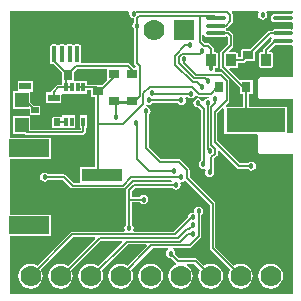
<source format=gbl>
G04 Layer_Physical_Order=2*
G04 Layer_Color=16711680*
%FSLAX25Y25*%
%MOIN*%
G70*
G01*
G75*
G04:AMPARAMS|DCode=18|XSize=35.43mil|YSize=27.56mil|CornerRadius=0.69mil|HoleSize=0mil|Usage=FLASHONLY|Rotation=0.000|XOffset=0mil|YOffset=0mil|HoleType=Round|Shape=RoundedRectangle|*
%AMROUNDEDRECTD18*
21,1,0.03543,0.02618,0,0,0.0*
21,1,0.03406,0.02756,0,0,0.0*
1,1,0.00138,0.01703,-0.01309*
1,1,0.00138,-0.01703,-0.01309*
1,1,0.00138,-0.01703,0.01309*
1,1,0.00138,0.01703,0.01309*
%
%ADD18ROUNDEDRECTD18*%
%ADD26R,0.03543X0.03150*%
%ADD27C,0.00600*%
%ADD28C,0.01000*%
%ADD29C,0.00800*%
%ADD30C,0.07000*%
%ADD31R,0.07000X0.07000*%
%ADD32C,0.01800*%
%ADD33C,0.01969*%
%ADD34R,0.15748X0.06693*%
%ADD35R,0.19685X0.07874*%
%ADD36R,0.03150X0.03543*%
G04:AMPARAMS|DCode=37|XSize=39.37mil|YSize=35.43mil|CornerRadius=0.89mil|HoleSize=0mil|Usage=FLASHONLY|Rotation=90.000|XOffset=0mil|YOffset=0mil|HoleType=Round|Shape=RoundedRectangle|*
%AMROUNDEDRECTD37*
21,1,0.03937,0.03366,0,0,90.0*
21,1,0.03760,0.03543,0,0,90.0*
1,1,0.00177,0.01683,0.01880*
1,1,0.00177,0.01683,-0.01880*
1,1,0.00177,-0.01683,-0.01880*
1,1,0.00177,-0.01683,0.01880*
%
%ADD37ROUNDEDRECTD37*%
%ADD38O,0.06693X0.01378*%
G04:AMPARAMS|DCode=39|XSize=35.43mil|YSize=27.56mil|CornerRadius=0.69mil|HoleSize=0mil|Usage=FLASHONLY|Rotation=90.000|XOffset=0mil|YOffset=0mil|HoleType=Round|Shape=RoundedRectangle|*
%AMROUNDEDRECTD39*
21,1,0.03543,0.02618,0,0,90.0*
21,1,0.03406,0.02756,0,0,90.0*
1,1,0.00138,0.01309,0.01703*
1,1,0.00138,0.01309,-0.01703*
1,1,0.00138,-0.01309,-0.01703*
1,1,0.00138,-0.01309,0.01703*
%
%ADD39ROUNDEDRECTD39*%
%ADD40R,0.04724X0.04724*%
%ADD41R,0.03937X0.02362*%
G04:AMPARAMS|DCode=42|XSize=62.99mil|YSize=78.74mil|CornerRadius=1.58mil|HoleSize=0mil|Usage=FLASHONLY|Rotation=270.000|XOffset=0mil|YOffset=0mil|HoleType=Round|Shape=RoundedRectangle|*
%AMROUNDEDRECTD42*
21,1,0.06299,0.07559,0,0,270.0*
21,1,0.05984,0.07874,0,0,270.0*
1,1,0.00315,-0.03780,-0.02992*
1,1,0.00315,-0.03780,0.02992*
1,1,0.00315,0.03780,0.02992*
1,1,0.00315,0.03780,-0.02992*
%
%ADD42ROUNDEDRECTD42*%
G04:AMPARAMS|DCode=43|XSize=74.8mil|YSize=70.87mil|CornerRadius=1.77mil|HoleSize=0mil|Usage=FLASHONLY|Rotation=270.000|XOffset=0mil|YOffset=0mil|HoleType=Round|Shape=RoundedRectangle|*
%AMROUNDEDRECTD43*
21,1,0.07480,0.06732,0,0,270.0*
21,1,0.07126,0.07087,0,0,270.0*
1,1,0.00354,-0.03366,-0.03563*
1,1,0.00354,-0.03366,0.03563*
1,1,0.00354,0.03366,0.03563*
1,1,0.00354,0.03366,-0.03563*
%
%ADD43ROUNDEDRECTD43*%
G04:AMPARAMS|DCode=44|XSize=53.15mil|YSize=15.75mil|CornerRadius=0.39mil|HoleSize=0mil|Usage=FLASHONLY|Rotation=270.000|XOffset=0mil|YOffset=0mil|HoleType=Round|Shape=RoundedRectangle|*
%AMROUNDEDRECTD44*
21,1,0.05315,0.01496,0,0,270.0*
21,1,0.05236,0.01575,0,0,270.0*
1,1,0.00079,-0.00748,-0.02618*
1,1,0.00079,-0.00748,0.02618*
1,1,0.00079,0.00748,0.02618*
1,1,0.00079,0.00748,-0.02618*
%
%ADD44ROUNDEDRECTD44*%
G04:AMPARAMS|DCode=45|XSize=19.69mil|YSize=23.62mil|CornerRadius=0.49mil|HoleSize=0mil|Usage=FLASHONLY|Rotation=180.000|XOffset=0mil|YOffset=0mil|HoleType=Round|Shape=RoundedRectangle|*
%AMROUNDEDRECTD45*
21,1,0.01969,0.02264,0,0,180.0*
21,1,0.01870,0.02362,0,0,180.0*
1,1,0.00098,-0.00935,0.01132*
1,1,0.00098,0.00935,0.01132*
1,1,0.00098,0.00935,-0.01132*
1,1,0.00098,-0.00935,-0.01132*
%
%ADD45ROUNDEDRECTD45*%
G04:AMPARAMS|DCode=46|XSize=19.69mil|YSize=23.62mil|CornerRadius=0.49mil|HoleSize=0mil|Usage=FLASHONLY|Rotation=90.000|XOffset=0mil|YOffset=0mil|HoleType=Round|Shape=RoundedRectangle|*
%AMROUNDEDRECTD46*
21,1,0.01969,0.02264,0,0,90.0*
21,1,0.01870,0.02362,0,0,90.0*
1,1,0.00098,0.01132,0.00935*
1,1,0.00098,0.01132,-0.00935*
1,1,0.00098,-0.01132,-0.00935*
1,1,0.00098,-0.01132,0.00935*
%
%ADD46ROUNDEDRECTD46*%
%ADD47R,0.01181X0.02953*%
%ADD48R,0.05709X0.06890*%
%ADD49R,0.13386X0.03937*%
%ADD50R,0.13386X0.05906*%
G36*
X65818Y87403D02*
X66093Y86991D01*
X66519Y86706D01*
X67022Y86606D01*
X72337D01*
X72840Y86706D01*
X73266Y86991D01*
X73721Y86881D01*
X73782Y86820D01*
Y84380D01*
X71526Y82124D01*
X71327Y81826D01*
X71257Y81475D01*
Y76711D01*
X71327Y76359D01*
X71526Y76062D01*
X77680Y69907D01*
Y67728D01*
X78938D01*
Y63537D01*
X73242D01*
X73035Y64037D01*
X74049Y65051D01*
X74248Y65349D01*
X74318Y65700D01*
Y72119D01*
X74248Y72470D01*
X74049Y72768D01*
X72068Y74749D01*
X71770Y74948D01*
X71419Y75018D01*
X69648D01*
X69381Y75518D01*
X69513Y75715D01*
X69629Y76300D01*
X70105Y76471D01*
X70105Y76472D01*
X70333Y76624D01*
X70485Y76851D01*
X70539Y77120D01*
Y80880D01*
X70485Y81149D01*
X70333Y81376D01*
X70105Y81529D01*
X69837Y81582D01*
X69071D01*
Y82846D01*
X69001Y83198D01*
X68802Y83495D01*
X67876Y84421D01*
X67579Y84620D01*
X67228Y84690D01*
X66208D01*
X65318Y85580D01*
Y87320D01*
X65778Y87412D01*
X65818Y87403D01*
D02*
G37*
G36*
X88319Y86748D02*
X88534Y86291D01*
X88249Y85864D01*
X88170Y85468D01*
X85905Y83202D01*
X85706Y82905D01*
X85636Y82553D01*
Y81682D01*
X84870D01*
X84602Y81629D01*
X84374Y81476D01*
X84222Y81249D01*
X84168Y80980D01*
Y77220D01*
X84222Y76951D01*
X84374Y76724D01*
X84602Y76572D01*
X84870Y76518D01*
X88237D01*
X88505Y76572D01*
X88733Y76724D01*
X88885Y76951D01*
X88939Y77220D01*
Y80980D01*
X88885Y81249D01*
X88733Y81476D01*
X88505Y81629D01*
X88237Y81682D01*
X87492D01*
X87480Y82182D01*
X89364Y84067D01*
X89463Y84047D01*
X94778D01*
X94835Y84059D01*
X95335Y83648D01*
Y73322D01*
X84900D01*
X84471Y73236D01*
X84107Y72993D01*
X83864Y72629D01*
X83778Y72200D01*
Y67200D01*
X83864Y66771D01*
X84107Y66407D01*
X84471Y66164D01*
X84900Y66078D01*
X95335D01*
Y54822D01*
X93442D01*
Y63537D01*
X80773D01*
Y67728D01*
X82030D01*
Y72472D01*
X77711D01*
X74227Y75956D01*
X74418Y76418D01*
X76530D01*
X76798Y76472D01*
X77026Y76624D01*
X77178Y76851D01*
X77232Y77120D01*
Y78082D01*
X78847D01*
X79198Y78152D01*
X79496Y78351D01*
X79807Y78662D01*
X82203D01*
X82464Y78714D01*
X82685Y78861D01*
X82833Y79083D01*
X82885Y79344D01*
Y81740D01*
X88070Y86925D01*
X88108Y86931D01*
X88319Y86748D01*
D02*
G37*
G36*
X33328Y72273D02*
X31793Y70738D01*
X30117D01*
X30090Y70756D01*
X29739Y70826D01*
X26843D01*
Y71985D01*
X22907D01*
X22851Y72018D01*
X22536Y72485D01*
X22538Y72497D01*
Y74996D01*
X23622Y76080D01*
X33328D01*
Y72273D01*
D02*
G37*
G36*
X95335Y94752D02*
X94835Y94341D01*
X94778Y94353D01*
X89463D01*
X88960Y94253D01*
X88534Y93968D01*
X88249Y93542D01*
X88149Y93039D01*
X88249Y92536D01*
X88534Y92109D01*
X88960Y91824D01*
X89463Y91724D01*
X94778D01*
X94835Y91736D01*
X95335Y91325D01*
Y89634D01*
X94835Y89223D01*
X94778Y89235D01*
X89463D01*
X88960Y89135D01*
X88534Y88850D01*
X88526Y88838D01*
X87768D01*
X87417Y88768D01*
X87119Y88569D01*
X81193Y82644D01*
X78797D01*
X78536Y82592D01*
X78315Y82444D01*
X78167Y82223D01*
X78115Y81962D01*
Y79918D01*
X77232D01*
Y80880D01*
X77178Y81149D01*
X77026Y81376D01*
X76798Y81529D01*
X76530Y81582D01*
X74233D01*
X74042Y82044D01*
X75349Y83351D01*
X75548Y83649D01*
X75618Y84000D01*
Y87200D01*
X75548Y87551D01*
X75349Y87849D01*
X74628Y88569D01*
X74331Y88768D01*
X73980Y88838D01*
X73274D01*
X73266Y88850D01*
X73192Y88899D01*
Y89501D01*
X73266Y89550D01*
X73317Y89625D01*
X73451Y89652D01*
X73749Y89851D01*
X75149Y91251D01*
X75348Y91549D01*
X75418Y91900D01*
Y94157D01*
X75348Y94508D01*
X75149Y94806D01*
X75081Y94873D01*
X75273Y95335D01*
X83887D01*
X84154Y94835D01*
X83987Y94585D01*
X83871Y94000D01*
X83987Y93415D01*
X84319Y92919D01*
X84815Y92587D01*
X85400Y92471D01*
X85985Y92587D01*
X86481Y92919D01*
X86813Y93415D01*
X86929Y94000D01*
X86813Y94585D01*
X86646Y94835D01*
X86913Y95335D01*
X95335D01*
Y94752D01*
D02*
G37*
G36*
X40957Y94835D02*
X40882Y94457D01*
X40998Y93871D01*
X41330Y93375D01*
X41826Y93044D01*
X42411Y92927D01*
X42582Y92452D01*
Y91691D01*
X42419Y91581D01*
X42087Y91085D01*
X41971Y90500D01*
X42087Y89915D01*
X42419Y89419D01*
X42582Y89309D01*
Y77900D01*
X42652Y77549D01*
X42851Y77251D01*
X43128Y76975D01*
X42944Y76531D01*
X42458Y76484D01*
X41121Y77821D01*
X40790Y78042D01*
X40400Y78120D01*
X25155D01*
X24959Y78358D01*
Y83595D01*
X24909Y83844D01*
X24768Y84056D01*
X24556Y84197D01*
X24307Y84246D01*
X22811D01*
X22561Y84197D01*
X22350Y84056D01*
X22209D01*
X21997Y84197D01*
X21748Y84246D01*
X20252D01*
X20003Y84197D01*
X19791Y84056D01*
X19650D01*
X19439Y84197D01*
X19189Y84246D01*
X17693D01*
X17444Y84197D01*
X17232Y84056D01*
X17091D01*
X16879Y84197D01*
X16630Y84246D01*
X15134D01*
X14884Y84197D01*
X14673Y84056D01*
X14532Y83844D01*
X14482Y83595D01*
Y78358D01*
X14532Y78109D01*
X14673Y77897D01*
X14884Y77756D01*
X15134Y77706D01*
X15696D01*
X18556Y74846D01*
Y72497D01*
X18559Y72485D01*
X18557Y71985D01*
X18557Y71985D01*
X18557Y71985D01*
Y70826D01*
X17209D01*
X16858Y70756D01*
X16560Y70557D01*
X15076Y69073D01*
X14877Y68776D01*
X14807Y68424D01*
Y68341D01*
X13156D01*
Y64779D01*
X18293D01*
Y67441D01*
X18557Y67832D01*
X26843D01*
Y68991D01*
X28015D01*
Y67438D01*
X28067Y67177D01*
X28215Y66956D01*
X28436Y66808D01*
X28697Y66756D01*
X29482D01*
Y57800D01*
Y43306D01*
X24370D01*
Y38169D01*
X23891Y38118D01*
X22380D01*
X19849Y40649D01*
X19551Y40848D01*
X19200Y40918D01*
X13891D01*
X13781Y41081D01*
X13285Y41413D01*
X12700Y41529D01*
X12115Y41413D01*
X11619Y41081D01*
X11287Y40585D01*
X11171Y40000D01*
X11287Y39415D01*
X11619Y38919D01*
X12115Y38587D01*
X12700Y38471D01*
X13285Y38587D01*
X13781Y38919D01*
X13891Y39082D01*
X18820D01*
X21351Y36551D01*
X21649Y36352D01*
X22000Y36282D01*
X38700D01*
X39051Y36352D01*
X39349Y36551D01*
X41808Y39011D01*
X54919D01*
X55168Y38511D01*
X55023Y38318D01*
X42600D01*
X42249Y38248D01*
X41951Y38049D01*
X40151Y36249D01*
X39952Y35951D01*
X39882Y35600D01*
Y32500D01*
Y24191D01*
X39719Y24081D01*
X39387Y23585D01*
X39271Y23000D01*
X39387Y22415D01*
X39452Y22318D01*
X39185Y21818D01*
X21900D01*
X21549Y21748D01*
X21251Y21549D01*
X10190Y10488D01*
X10068Y10581D01*
X9070Y10994D01*
X8000Y11135D01*
X6930Y10994D01*
X5932Y10581D01*
X5076Y9924D01*
X4419Y9068D01*
X4005Y8070D01*
X3865Y7000D01*
X4005Y5930D01*
X4419Y4932D01*
X5076Y4076D01*
X5932Y3419D01*
X6930Y3005D01*
X8000Y2865D01*
X9070Y3005D01*
X10068Y3419D01*
X10924Y4076D01*
X11581Y4932D01*
X11994Y5930D01*
X12135Y7000D01*
X11994Y8070D01*
X11581Y9068D01*
X11488Y9190D01*
X22280Y19982D01*
X29431D01*
X29623Y19520D01*
X20416Y10314D01*
X20068Y10581D01*
X19070Y10994D01*
X18000Y11135D01*
X16930Y10994D01*
X15932Y10581D01*
X15076Y9924D01*
X14419Y9068D01*
X14006Y8070D01*
X13865Y7000D01*
X14006Y5930D01*
X14419Y4932D01*
X15076Y4076D01*
X15932Y3419D01*
X16930Y3005D01*
X18000Y2865D01*
X19070Y3005D01*
X20068Y3419D01*
X20924Y4076D01*
X21581Y4932D01*
X21994Y5930D01*
X22135Y7000D01*
X21994Y8070D01*
X21635Y8937D01*
X31480Y18782D01*
X38431D01*
X38623Y18320D01*
X30529Y10227D01*
X30068Y10581D01*
X29070Y10994D01*
X28000Y11135D01*
X26930Y10994D01*
X25932Y10581D01*
X25076Y9924D01*
X24419Y9068D01*
X24005Y8070D01*
X23865Y7000D01*
X24005Y5930D01*
X24419Y4932D01*
X25076Y4076D01*
X25932Y3419D01*
X26930Y3005D01*
X28000Y2865D01*
X29070Y3005D01*
X30068Y3419D01*
X30924Y4076D01*
X31581Y4932D01*
X31995Y5930D01*
X32135Y7000D01*
X31995Y8070D01*
X31694Y8796D01*
X40480Y17582D01*
X46631D01*
X46823Y17120D01*
X40190Y10488D01*
X40068Y10581D01*
X39070Y10994D01*
X38000Y11135D01*
X36930Y10994D01*
X35932Y10581D01*
X35076Y9924D01*
X34419Y9068D01*
X34005Y8070D01*
X33865Y7000D01*
X34005Y5930D01*
X34419Y4932D01*
X35076Y4076D01*
X35932Y3419D01*
X36930Y3005D01*
X38000Y2865D01*
X39070Y3005D01*
X40068Y3419D01*
X40924Y4076D01*
X41581Y4932D01*
X41995Y5930D01*
X42135Y7000D01*
X41995Y8070D01*
X41581Y9068D01*
X41488Y9190D01*
X48680Y16382D01*
X53738D01*
X53797Y16299D01*
X53676Y15620D01*
X53619Y15581D01*
X53287Y15085D01*
X53171Y14500D01*
X53287Y13915D01*
X53619Y13419D01*
X54115Y13087D01*
X54700Y12971D01*
X54726Y12976D01*
X56351Y11351D01*
X56402Y11317D01*
X56346Y10753D01*
X55932Y10581D01*
X55076Y9924D01*
X54419Y9068D01*
X54005Y8070D01*
X53865Y7000D01*
X54005Y5930D01*
X54419Y4932D01*
X55076Y4076D01*
X55932Y3419D01*
X56930Y3005D01*
X58000Y2865D01*
X59070Y3005D01*
X60068Y3419D01*
X60924Y4076D01*
X61581Y4932D01*
X61994Y5930D01*
X62135Y7000D01*
X61994Y8070D01*
X61581Y9068D01*
X60924Y9924D01*
X60068Y10581D01*
X60065Y10582D01*
X60165Y11082D01*
X62620D01*
X64512Y9190D01*
X64419Y9068D01*
X64006Y8070D01*
X63865Y7000D01*
X64006Y5930D01*
X64419Y4932D01*
X65076Y4076D01*
X65932Y3419D01*
X66930Y3005D01*
X68000Y2865D01*
X69070Y3005D01*
X70068Y3419D01*
X70924Y4076D01*
X71581Y4932D01*
X71995Y5930D01*
X72135Y7000D01*
X71995Y8070D01*
X71581Y9068D01*
X70924Y9924D01*
X70068Y10581D01*
X69070Y10994D01*
X68000Y11135D01*
X66930Y10994D01*
X65932Y10581D01*
X65810Y10488D01*
X63649Y12649D01*
X63351Y12848D01*
X63000Y12918D01*
X57380D01*
X56158Y14140D01*
X56229Y14500D01*
X56113Y15085D01*
X55781Y15581D01*
X55724Y15620D01*
X55603Y16299D01*
X55662Y16382D01*
X61000D01*
X61351Y16452D01*
X61649Y16651D01*
X64649Y19651D01*
X64848Y19949D01*
X64918Y20300D01*
Y27409D01*
X65081Y27519D01*
X65413Y28015D01*
X65529Y28600D01*
X65413Y29185D01*
X65081Y29681D01*
X64585Y30013D01*
X64000Y30129D01*
X63415Y30013D01*
X62919Y29681D01*
X62587Y29185D01*
X62471Y28600D01*
X62479Y28558D01*
X62125Y28204D01*
X62000Y28229D01*
X61415Y28113D01*
X60919Y27781D01*
X60587Y27285D01*
X60471Y26700D01*
X60492Y26590D01*
X55720Y21818D01*
X42415D01*
X42148Y22318D01*
X42213Y22415D01*
X42329Y23000D01*
X42213Y23585D01*
X41881Y24081D01*
X41718Y24191D01*
Y31582D01*
X44509D01*
X44619Y31419D01*
X45115Y31087D01*
X45700Y30971D01*
X46285Y31087D01*
X46781Y31419D01*
X47113Y31915D01*
X47229Y32500D01*
X47113Y33085D01*
X46781Y33581D01*
X46285Y33913D01*
X45700Y34029D01*
X45115Y33913D01*
X44619Y33581D01*
X44509Y33418D01*
X41718D01*
Y35220D01*
X42980Y36482D01*
X55309D01*
X55419Y36319D01*
X55915Y35987D01*
X56500Y35871D01*
X57085Y35987D01*
X57581Y36319D01*
X57913Y36815D01*
X58029Y37400D01*
X57913Y37985D01*
X58233Y38407D01*
X58272Y38399D01*
X58857Y38515D01*
X59353Y38847D01*
X59719Y38883D01*
X67782Y30820D01*
Y16300D01*
X67852Y15949D01*
X68051Y15651D01*
X74512Y9190D01*
X74419Y9068D01*
X74006Y8070D01*
X73865Y7000D01*
X74006Y5930D01*
X74419Y4932D01*
X75076Y4076D01*
X75932Y3419D01*
X76930Y3005D01*
X78000Y2865D01*
X79070Y3005D01*
X80068Y3419D01*
X80924Y4076D01*
X81581Y4932D01*
X81994Y5930D01*
X82135Y7000D01*
X81994Y8070D01*
X81581Y9068D01*
X80924Y9924D01*
X80068Y10581D01*
X79070Y10994D01*
X78000Y11135D01*
X76930Y10994D01*
X75932Y10581D01*
X75810Y10488D01*
X69618Y16680D01*
Y31200D01*
X69548Y31551D01*
X69349Y31849D01*
X61018Y40180D01*
Y42500D01*
X60948Y42851D01*
X60749Y43149D01*
X58049Y45849D01*
X57751Y46048D01*
X57400Y46118D01*
X51480D01*
X47480Y50117D01*
Y60782D01*
X47644Y60891D01*
X47976Y61387D01*
X48092Y61972D01*
X47976Y62558D01*
X47644Y63054D01*
X47148Y63385D01*
X46864Y63442D01*
X46630Y63986D01*
X46753Y64166D01*
X46940Y64161D01*
X46955Y64159D01*
X47400Y64071D01*
X47985Y64187D01*
X48481Y64519D01*
X48591Y64682D01*
X57109D01*
X57219Y64519D01*
X57715Y64187D01*
X58300Y64071D01*
X58885Y64187D01*
X59381Y64519D01*
X59713Y65015D01*
X59829Y65600D01*
X59713Y66185D01*
X59581Y66382D01*
X59841Y66868D01*
X60312Y66878D01*
X60419Y66719D01*
X60915Y66387D01*
X61500Y66271D01*
X62085Y66387D01*
X62581Y66719D01*
X62798Y67043D01*
X63376Y67172D01*
X63397Y67151D01*
X63694Y66952D01*
X64046Y66882D01*
X67384D01*
X67694Y66508D01*
X67311Y66268D01*
X67000Y66329D01*
X66415Y66213D01*
X65919Y65881D01*
X65678Y65521D01*
X65596Y65497D01*
X65205D01*
X65122Y65521D01*
X64881Y65881D01*
X64385Y66213D01*
X63800Y66329D01*
X63215Y66213D01*
X62719Y65881D01*
X62387Y65385D01*
X62271Y64800D01*
X62387Y64215D01*
X62719Y63719D01*
X63215Y63387D01*
X63800Y63271D01*
X63993Y63309D01*
X64882Y62420D01*
Y48903D01*
X64952Y48552D01*
X64982Y48507D01*
Y45691D01*
X64519Y45381D01*
X64187Y44885D01*
X64071Y44300D01*
X64187Y43715D01*
X64519Y43219D01*
X65015Y42887D01*
X65600Y42771D01*
X66150Y42880D01*
X66251Y42801D01*
X66490Y42489D01*
X66287Y42185D01*
X66171Y41600D01*
X66287Y41015D01*
X66619Y40519D01*
X67115Y40187D01*
X67700Y40071D01*
X68285Y40187D01*
X68781Y40519D01*
X69113Y41015D01*
X69229Y41600D01*
X69164Y41930D01*
X69218Y42200D01*
Y46274D01*
X70149Y47206D01*
X70348Y47503D01*
X70418Y47854D01*
Y48777D01*
X70918Y48985D01*
X76851Y43051D01*
X77149Y42852D01*
X77500Y42782D01*
X80409D01*
X80519Y42619D01*
X81015Y42287D01*
X81600Y42171D01*
X82185Y42287D01*
X82681Y42619D01*
X83013Y43115D01*
X83129Y43700D01*
X83013Y44285D01*
X82681Y44781D01*
X82185Y45113D01*
X81600Y45229D01*
X81015Y45113D01*
X80519Y44781D01*
X80409Y44618D01*
X77880D01*
X70318Y52180D01*
Y61320D01*
X72057Y63060D01*
X72557Y62853D01*
Y54463D01*
X83531D01*
X83831Y53963D01*
X83778Y53700D01*
Y48700D01*
X83864Y48271D01*
X84107Y47907D01*
X84471Y47664D01*
X84900Y47578D01*
X95335D01*
Y1122D01*
X1122D01*
Y20452D01*
X14743D01*
Y27558D01*
X1122D01*
Y46043D01*
X14743D01*
Y53148D01*
X1122D01*
Y95335D01*
X40639D01*
X40957Y94835D01*
D02*
G37*
%LPC*%
G36*
X88000Y11135D02*
X86930Y10994D01*
X85932Y10581D01*
X85076Y9924D01*
X84419Y9068D01*
X84005Y8070D01*
X83865Y7000D01*
X84005Y5930D01*
X84419Y4932D01*
X85076Y4076D01*
X85932Y3419D01*
X86930Y3005D01*
X88000Y2865D01*
X89070Y3005D01*
X90068Y3419D01*
X90924Y4076D01*
X91581Y4932D01*
X91995Y5930D01*
X92135Y7000D01*
X91995Y8070D01*
X91581Y9068D01*
X90924Y9924D01*
X90068Y10581D01*
X89070Y10994D01*
X88000Y11135D01*
D02*
G37*
G36*
X48000D02*
X46930Y10994D01*
X45932Y10581D01*
X45076Y9924D01*
X44419Y9068D01*
X44006Y8070D01*
X43865Y7000D01*
X44006Y5930D01*
X44419Y4932D01*
X45076Y4076D01*
X45932Y3419D01*
X46930Y3005D01*
X48000Y2865D01*
X49070Y3005D01*
X50068Y3419D01*
X50924Y4076D01*
X51581Y4932D01*
X51995Y5930D01*
X52135Y7000D01*
X51995Y8070D01*
X51581Y9068D01*
X50924Y9924D01*
X50068Y10581D01*
X49070Y10994D01*
X48000Y11135D01*
D02*
G37*
G36*
X8844Y72081D02*
X3707D01*
Y68596D01*
X2038D01*
Y62672D01*
X7738D01*
Y61365D01*
X7788Y61112D01*
X7931Y60897D01*
X8146Y60753D01*
X8400Y60703D01*
X10663D01*
X10917Y60753D01*
X11131Y60897D01*
X11275Y61112D01*
X11325Y61365D01*
Y63235D01*
X11275Y63488D01*
X11131Y63703D01*
X10917Y63847D01*
X10663Y63897D01*
X9232D01*
X7962Y65167D01*
Y68519D01*
X8844D01*
Y72081D01*
D02*
G37*
G36*
X22906Y60568D02*
X18557D01*
Y60053D01*
X18276Y59916D01*
X18057Y59862D01*
X17888Y59975D01*
X17635Y60025D01*
X15765D01*
X15512Y59975D01*
X15297Y59831D01*
X15153Y59617D01*
X15103Y59363D01*
Y57100D01*
X15153Y56846D01*
X15297Y56631D01*
X15512Y56488D01*
X15765Y56438D01*
X17635D01*
X17888Y56488D01*
X18057Y56600D01*
X18121Y56585D01*
X18557Y56415D01*
X18557Y56415D01*
X18557Y56415D01*
X22906D01*
Y60568D01*
D02*
G37*
G36*
X26843D02*
X24462D01*
Y56415D01*
X24735D01*
Y55818D01*
X7962D01*
Y60328D01*
X2038D01*
Y54404D01*
X6064D01*
X6217Y54251D01*
X6515Y54052D01*
X6866Y53982D01*
X25300D01*
X25651Y54052D01*
X25949Y54251D01*
X26302Y54604D01*
X26500Y54902D01*
X26570Y55253D01*
Y56415D01*
X26843D01*
Y60568D01*
D02*
G37*
%LPD*%
D18*
X80500Y80653D02*
D03*
Y74747D02*
D03*
X30400Y68747D02*
D03*
Y74653D02*
D03*
D26*
X41700Y65245D02*
D03*
Y74300D02*
D03*
X35700Y65245D02*
D03*
Y74300D02*
D03*
D27*
X68154Y76354D02*
Y79000D01*
X68100Y76300D02*
X68154Y76354D01*
X43000Y58200D02*
X43500Y58700D01*
X38874Y57800D02*
X45600Y64526D01*
X43500Y46000D02*
Y58700D01*
X78785Y70100D02*
X79855D01*
X72175Y76711D02*
Y81475D01*
Y76711D02*
X78785Y70100D01*
X56200Y77506D02*
X62006Y71700D01*
X57400Y78003D02*
X62503Y72900D01*
X63600Y71700D02*
X65200Y70100D01*
X62006Y71700D02*
X63600D01*
X66000Y72900D02*
X67000Y71900D01*
X62503Y72900D02*
X66000D01*
X71419Y74100D02*
X73400Y72119D01*
X63000Y74100D02*
X71419D01*
X59200Y77900D02*
X63000Y74100D01*
X73400Y65700D02*
Y72119D01*
X69400Y61700D02*
X73400Y65700D01*
X69080Y93639D02*
X69679Y93039D01*
X64400Y93639D02*
X69080D01*
X64400Y85200D02*
Y93639D01*
X74700Y84000D02*
Y87200D01*
X72175Y81475D02*
X74700Y84000D01*
X36500Y60000D02*
Y65100D01*
X69600Y64854D02*
Y65900D01*
X68200Y63454D02*
X69600Y64854D01*
X69400Y51800D02*
Y61700D01*
X54700Y14300D02*
Y14500D01*
Y14300D02*
X57000Y12000D01*
X48300Y17300D02*
X61000D01*
X57803Y18500D02*
X60403Y21100D01*
X40100Y18500D02*
X57803D01*
X57306Y19700D02*
X60200Y22594D01*
X31100Y19700D02*
X57306D01*
X56100Y20900D02*
X61900Y26700D01*
X21900Y20900D02*
X56100D01*
X60403Y21100D02*
X62200D01*
X60200Y22594D02*
X60994D01*
X61900Y26700D02*
X62000D01*
X38000Y7000D02*
X48300Y17300D01*
X28600Y7000D02*
X40100Y18500D01*
X18400Y7000D02*
X31100Y19700D01*
X8000Y7000D02*
X21900Y20900D01*
X61000Y17300D02*
X64000Y20300D01*
Y28600D01*
X62100Y23700D02*
Y24100D01*
X60994Y22594D02*
X62100Y23700D01*
X68700Y16300D02*
Y31200D01*
X60100Y39800D02*
X68700Y31200D01*
X60100Y39800D02*
Y42500D01*
X68700Y16300D02*
X78000Y7000D01*
X40800Y32500D02*
Y35600D01*
Y23000D02*
Y32500D01*
X45700D01*
X77500Y43700D02*
X81600D01*
X69400Y51800D02*
X77500Y43700D01*
X68200Y50646D02*
Y63454D01*
Y50646D02*
X69500Y49346D01*
X68300Y46654D02*
X69500Y47854D01*
X68300Y42200D02*
Y46654D01*
X69500Y47854D02*
Y49346D01*
X67700Y41600D02*
X68300Y42200D01*
X63800Y64800D02*
X65800Y62800D01*
Y48903D02*
Y62800D01*
Y48903D02*
X65900Y48803D01*
Y44600D02*
Y48803D01*
X67000Y49400D02*
Y64800D01*
Y49400D02*
X67800Y48600D01*
X24500Y74200D02*
X26453D01*
X24500D02*
Y74700D01*
X26453Y74200D02*
X29947D01*
X30400Y74653D01*
X13468Y62300D02*
X13600Y62169D01*
X16700D01*
X25653Y55253D02*
Y58491D01*
X25300Y54900D02*
X25653Y55253D01*
X6866Y54900D02*
X25300D01*
X4400Y57366D02*
X6866Y54900D01*
X38700Y37200D02*
X41428Y39928D01*
X22000Y37200D02*
X38700D01*
X19200Y40000D02*
X22000Y37200D01*
X30400Y42000D02*
X31663Y40737D01*
X57400Y45200D02*
X60100Y42500D01*
X51100Y45200D02*
X57400D01*
X46563Y49737D02*
X51100Y45200D01*
X46563Y49737D02*
Y61972D01*
X43500Y46000D02*
X47600Y41900D01*
X55700D01*
X41428Y39928D02*
X58272D01*
X59657Y84000D02*
X61000D01*
X56200Y80543D02*
X59657Y84000D01*
X56200Y77506D02*
Y80543D01*
X65600Y44300D02*
X65900Y44600D01*
X47800Y70100D02*
X61746D01*
X64046Y67800D01*
X68000D01*
X70300Y70100D01*
X70800D01*
X67700Y48600D02*
X67800D01*
X57400Y78003D02*
Y80046D01*
X58454Y81100D01*
X64444D01*
X65316Y81972D01*
X65000Y81300D02*
X65316Y81616D01*
Y81972D01*
X59200Y77900D02*
Y79300D01*
X68154Y79000D02*
Y82846D01*
X67228Y83772D02*
X68154Y82846D01*
X65828Y83772D02*
X67228D01*
X64400Y85200D02*
X65828Y83772D01*
X12700Y40000D02*
X19200D01*
X42600Y37400D02*
X56500D01*
X40800Y35600D02*
X42600Y37400D01*
X45600Y67900D02*
X47800Y70100D01*
X47400Y65600D02*
X58300D01*
X48600Y67800D02*
X61500D01*
X48400Y68000D02*
X48600Y67800D01*
X45600Y64526D02*
Y67900D01*
X30400Y57800D02*
X38874D01*
X73100Y90500D02*
X74500Y91900D01*
X70259Y90500D02*
X73100D01*
X30400Y57800D02*
Y68747D01*
Y42000D02*
Y57800D01*
X44182Y93639D02*
X64400D01*
X69679Y87920D02*
X73980D01*
X74700Y87200D01*
X87768Y87920D02*
X92120D01*
X80500Y80653D02*
X87768Y87920D01*
X78847Y79000D02*
X80500Y80653D01*
X74847Y79000D02*
X78847D01*
X86554Y79100D02*
Y82553D01*
X89361Y85361D01*
X92120D01*
X42411Y94457D02*
X43011Y95057D01*
X73600D01*
X43500Y92957D02*
X44182Y93639D01*
X73600Y95057D02*
X74500Y94157D01*
Y91900D02*
Y94157D01*
X43500Y90500D02*
Y92957D01*
X18000Y7000D02*
X18400D01*
X28000D02*
X28600D01*
X31000Y68647D02*
X36500Y74147D01*
X29739Y69909D02*
X31000Y68647D01*
X79855Y62145D02*
X83000Y59000D01*
X79855Y62145D02*
Y70100D01*
X43500Y77900D02*
X44372Y77028D01*
X42500Y65145D02*
X44372Y67017D01*
Y77028D01*
X43500Y77900D02*
Y90500D01*
X19747Y73400D02*
X20547Y74200D01*
X19747Y69909D02*
Y73400D01*
X36500Y74147D02*
Y74200D01*
X25653Y69909D02*
X29739D01*
X23684D02*
X25653D01*
X19747D02*
X21716D01*
X19487Y58232D02*
X19747Y58491D01*
X16700Y58232D02*
X19487D01*
X4400Y65634D02*
X6198D01*
X9532Y62300D01*
X57000Y12000D02*
X63000D01*
X68000Y7000D01*
X15882Y78818D02*
Y80976D01*
Y78818D02*
X20500Y74200D01*
X20547D01*
X17209Y69909D02*
X19747D01*
X15724Y68424D02*
X17209Y69909D01*
X15724Y66560D02*
Y68424D01*
D28*
X36500Y65100D02*
X41345D01*
D29*
X23200Y77100D02*
X40400D01*
X20547Y74447D02*
X23200Y77100D01*
X40400D02*
X42500Y75000D01*
D30*
X8000Y7000D02*
D03*
X18000D02*
D03*
X28000D02*
D03*
X38000D02*
D03*
X48000D02*
D03*
X58000D02*
D03*
X68000D02*
D03*
X78000D02*
D03*
X88000D02*
D03*
X49100Y89100D02*
D03*
D31*
X59100D02*
D03*
D32*
X32400Y74500D02*
D03*
X32600Y81400D02*
D03*
X83000Y88500D02*
D03*
X80400Y77500D02*
D03*
X68100Y76300D02*
D03*
X43000Y58200D02*
D03*
X82500Y66100D02*
D03*
X76500D02*
D03*
X83000Y21400D02*
D03*
X54700Y14500D02*
D03*
X62200Y21100D02*
D03*
X62100Y24100D02*
D03*
X62000Y26700D02*
D03*
X64000Y28600D02*
D03*
X45700Y32500D02*
D03*
X90800Y81400D02*
D03*
X47638Y35338D02*
D03*
X24500Y74700D02*
D03*
X67700Y41600D02*
D03*
X46563Y61972D02*
D03*
X55700Y41900D02*
D03*
X58272Y39928D02*
D03*
X65200Y70100D02*
D03*
X63800Y64800D02*
D03*
X65600Y44300D02*
D03*
X67000Y71900D02*
D03*
Y64800D02*
D03*
X67700Y48600D02*
D03*
X61000Y84000D02*
D03*
X65316Y81972D02*
D03*
X59200Y79300D02*
D03*
X69600Y65900D02*
D03*
X12700Y40000D02*
D03*
X56500Y37400D02*
D03*
X40800Y23000D02*
D03*
X81600Y43700D02*
D03*
X47400Y65600D02*
D03*
X58300D02*
D03*
X61500Y67800D02*
D03*
X48400Y68000D02*
D03*
X85400Y94000D02*
D03*
X42411Y94457D02*
D03*
X36500Y60000D02*
D03*
X43500Y90500D02*
D03*
D33*
X54665Y27665D02*
D03*
Y23335D02*
D03*
X50335Y27665D02*
D03*
Y23335D02*
D03*
X22700Y66168D02*
D03*
Y62231D02*
D03*
X58665Y51835D02*
D03*
X54335D02*
D03*
X58665Y56165D02*
D03*
X54335D02*
D03*
D34*
X83000Y22386D02*
D03*
D35*
Y59000D02*
D03*
D36*
X79855Y70100D02*
D03*
X70800D02*
D03*
D37*
X74847Y79000D02*
D03*
X68154D02*
D03*
X93247Y79100D02*
D03*
X86554D02*
D03*
D38*
X92120Y93039D02*
D03*
Y90479D02*
D03*
Y87920D02*
D03*
Y85361D02*
D03*
X69679Y93039D02*
D03*
Y90479D02*
D03*
Y87920D02*
D03*
Y85361D02*
D03*
D39*
X20547Y74200D02*
D03*
X26453D02*
D03*
D40*
X5000Y65634D02*
D03*
Y57366D02*
D03*
D41*
X6276Y70300D02*
D03*
X15724Y66560D02*
D03*
Y74040D02*
D03*
D42*
X33205Y81764D02*
D03*
X8795D02*
D03*
D43*
X5252Y91606D02*
D03*
X36748D02*
D03*
D44*
X26118Y80976D02*
D03*
X23559D02*
D03*
X21000D02*
D03*
X18441D02*
D03*
X15882D02*
D03*
D45*
X16700Y58232D02*
D03*
Y62169D02*
D03*
D46*
X9532Y62300D02*
D03*
X13468D02*
D03*
D47*
X19747Y69909D02*
D03*
X21716D02*
D03*
X23684D02*
D03*
X25653D02*
D03*
Y58491D02*
D03*
X23684D02*
D03*
X21716D02*
D03*
X19747D02*
D03*
D48*
X22700Y64200D02*
D03*
D49*
X31663Y32864D02*
D03*
Y40737D02*
D03*
D50*
X7451Y24005D02*
D03*
Y49596D02*
D03*
M02*

</source>
